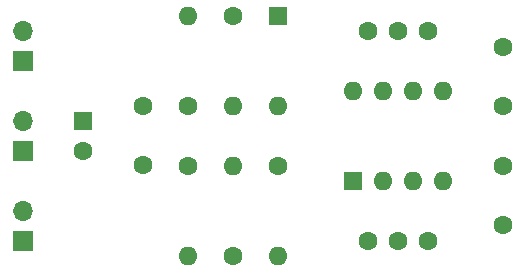
<source format=gbr>
%TF.GenerationSoftware,KiCad,Pcbnew,5.1.7-a382d34a8~88~ubuntu16.04.1*%
%TF.CreationDate,2021-06-30T18:42:27+02:00*%
%TF.ProjectId,555-drum-trigger,3535352d-6472-4756-9d2d-747269676765,rev?*%
%TF.SameCoordinates,Original*%
%TF.FileFunction,Soldermask,Top*%
%TF.FilePolarity,Negative*%
%FSLAX46Y46*%
G04 Gerber Fmt 4.6, Leading zero omitted, Abs format (unit mm)*
G04 Created by KiCad (PCBNEW 5.1.7-a382d34a8~88~ubuntu16.04.1) date 2021-06-30 18:42:27*
%MOMM*%
%LPD*%
G01*
G04 APERTURE LIST*
%ADD10O,1.700000X1.700000*%
%ADD11R,1.700000X1.700000*%
%ADD12R,1.600000X1.600000*%
%ADD13C,1.600000*%
%ADD14O,1.600000X1.600000*%
G04 APERTURE END LIST*
D10*
%TO.C,J3*%
X88900000Y-83820000D03*
D11*
X88900000Y-86360000D03*
%TD*%
D10*
%TO.C,J1*%
X88900000Y-68580000D03*
D11*
X88900000Y-71120000D03*
%TD*%
D10*
%TO.C,J2*%
X88900000Y-76200000D03*
D11*
X88900000Y-78740000D03*
%TD*%
D12*
%TO.C,D2*%
X93980000Y-76200000D03*
D13*
X93980000Y-78740000D03*
%TD*%
%TO.C,C1*%
X129540000Y-74930000D03*
X129540000Y-69930000D03*
%TD*%
%TO.C,C2*%
X129540000Y-80010000D03*
X129540000Y-85010000D03*
%TD*%
%TO.C,RV1*%
X118110000Y-68580000D03*
X120650000Y-68580000D03*
X123190000Y-68580000D03*
%TD*%
%TO.C,RV2*%
X118110000Y-86360000D03*
X120650000Y-86360000D03*
X123190000Y-86360000D03*
%TD*%
D12*
%TO.C,U1*%
X116840000Y-81280000D03*
D14*
X124460000Y-73660000D03*
X119380000Y-81280000D03*
X121920000Y-73660000D03*
X121920000Y-81280000D03*
X119380000Y-73660000D03*
X124460000Y-81280000D03*
X116840000Y-73660000D03*
%TD*%
D13*
%TO.C,C3*%
X99060000Y-79890000D03*
X99060000Y-74890000D03*
%TD*%
%TO.C,R3*%
X110490000Y-80010000D03*
D14*
X110490000Y-87630000D03*
%TD*%
D13*
%TO.C,R5*%
X102870000Y-80010000D03*
D14*
X102870000Y-87630000D03*
%TD*%
D13*
%TO.C,R4*%
X106680000Y-87630000D03*
D14*
X106680000Y-80010000D03*
%TD*%
D12*
%TO.C,D1*%
X110490000Y-67310000D03*
D14*
X110490000Y-74930000D03*
%TD*%
%TO.C,R2*%
X102870000Y-67310000D03*
D13*
X102870000Y-74930000D03*
%TD*%
%TO.C,R1*%
X106680000Y-67310000D03*
D14*
X106680000Y-74930000D03*
%TD*%
M02*

</source>
